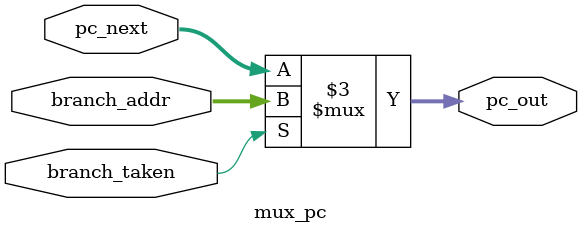
<source format=v>
`timescale 1ns / 1ps


module mux_pc (
    input        branch_taken,       // Control signal (whether branch is taken)
    input [31:0] pc_next,           // Next PC address (PC + 4)
    input [31:0] branch_addr,       // Branch target address
    output reg   [31:0] pc_out      // Output address for PC
);

    always @(*) begin
        if (branch_taken)
            pc_out = branch_addr;    // Select branch target address if branch is taken
        else
            pc_out = pc_next;        // Otherwise, select next PC (PC + 4)
    end
endmodule

</source>
